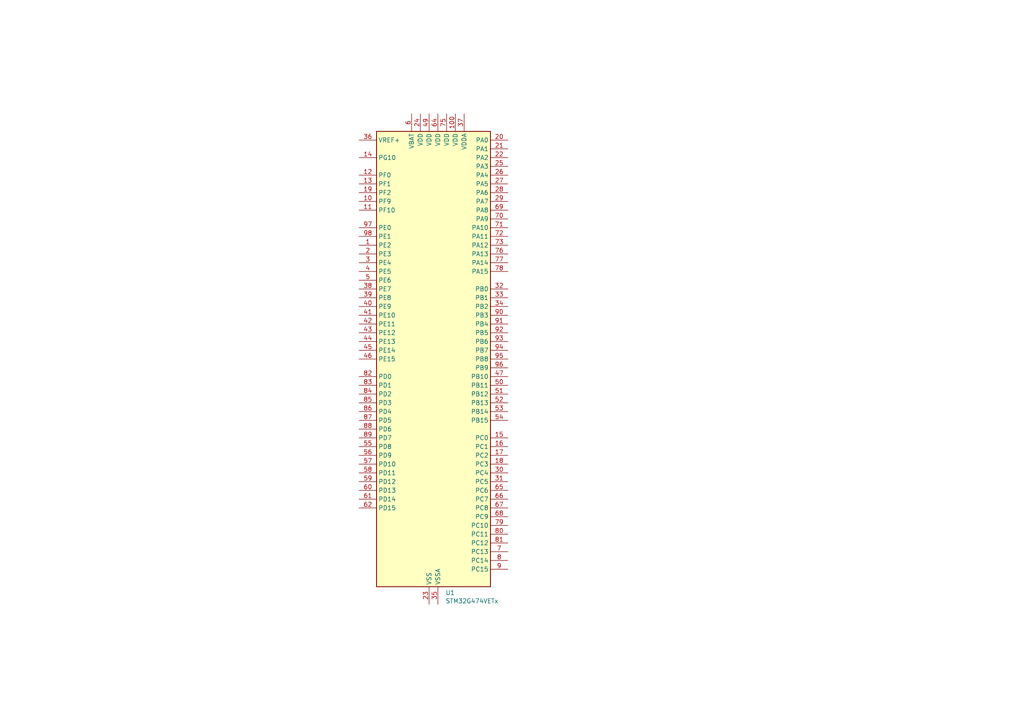
<source format=kicad_sch>
(kicad_sch (version 20230121) (generator eeschema)
  (paper "A4")
  (lib_symbols
    (symbol "MCU_ST_STM32G4:STM32G474VETx"
      (property "Reference" "U" (at -15.24 67.31 0))
      (property "Value" "STM32G474VETx" (at 12.7 67.31 0))
      (symbol "STM32G474VETx_0_1"
        (rectangle (start -15.24 -66.04) (end 17.78 66.04) (stroke (width 0.254)) (fill (type background)))
      )
      (symbol "STM32G474VETx_1_1"
        (pin bidirectional line (at -20.32 33.02 0) (length 5.08) (name "PE2") (number "1"))
        (pin bidirectional line (at -20.32 45.72 0) (length 5.08) (name "PF9") (number "10"))
        (pin power_in line (at 7.62 71.12 270) (length 5.08) (name "VDD") (number "100"))
        (pin bidirectional line (at -20.32 43.18 0) (length 5.08) (name "PF10") (number "11"))
        (pin bidirectional line (at -20.32 53.34 0) (length 5.08) (name "PF0") (number "12"))
        (pin bidirectional line (at -20.32 50.8 0) (length 5.08) (name "PF1") (number "13"))
        (pin bidirectional line (at -20.32 58.42 0) (length 5.08) (name "PG10") (number "14"))
        (pin bidirectional line (at 22.86 -22.86 180) (length 5.08) (name "PC0") (number "15"))
        (pin bidirectional line (at 22.86 -25.4 180) (length 5.08) (name "PC1") (number "16"))
        (pin bidirectional line (at 22.86 -27.94 180) (length 5.08) (name "PC2") (number "17"))
        (pin bidirectional line (at 22.86 -30.48 180) (length 5.08) (name "PC3") (number "18"))
        (pin bidirectional line (at -20.32 48.26 0) (length 5.08) (name "PF2") (number "19"))
        (pin bidirectional line (at -20.32 30.48 0) (length 5.08) (name "PE3") (number "2"))
        (pin bidirectional line (at 22.86 63.5 180) (length 5.08) (name "PA0") (number "20"))
        (pin bidirectional line (at 22.86 60.96 180) (length 5.08) (name "PA1") (number "21"))
        (pin bidirectional line (at 22.86 58.42 180) (length 5.08) (name "PA2") (number "22"))
        (pin power_in line (at 0 -71.12 90) (length 5.08) (name "VSS") (number "23"))
        (pin power_in line (at -2.54 71.12 270) (length 5.08) (name "VDD") (number "24"))
        (pin bidirectional line (at 22.86 55.88 180) (length 5.08) (name "PA3") (number "25"))
        (pin bidirectional line (at 22.86 53.34 180) (length 5.08) (name "PA4") (number "26"))
        (pin bidirectional line (at 22.86 50.8 180) (length 5.08) (name "PA5") (number "27"))
        (pin bidirectional line (at 22.86 48.26 180) (length 5.08) (name "PA6") (number "28"))
        (pin bidirectional line (at 22.86 45.72 180) (length 5.08) (name "PA7") (number "29"))
        (pin bidirectional line (at -20.32 27.94 0) (length 5.08) (name "PE4") (number "3"))
        (pin bidirectional line (at 22.86 -33.02 180) (length 5.08) (name "PC4") (number "30"))
        (pin bidirectional line (at 22.86 -35.56 180) (length 5.08) (name "PC5") (number "31"))
        (pin bidirectional line (at 22.86 20.32 180) (length 5.08) (name "PB0") (number "32"))
        (pin bidirectional line (at 22.86 17.78 180) (length 5.08) (name "PB1") (number "33"))
        (pin bidirectional line (at 22.86 15.24 180) (length 5.08) (name "PB2") (number "34"))
        (pin power_in line (at 2.54 -71.12 90) (length 5.08) (name "VSSA") (number "35"))
        (pin input line (at -20.32 63.5 0) (length 5.08) (name "VREF+") (number "36"))
        (pin power_in line (at 10.16 71.12 270) (length 5.08) (name "VDDA") (number "37"))
        (pin bidirectional line (at -20.32 20.32 0) (length 5.08) (name "PE7") (number "38"))
        (pin bidirectional line (at -20.32 17.78 0) (length 5.08) (name "PE8") (number "39"))
        (pin bidirectional line (at -20.32 25.4 0) (length 5.08) (name "PE5") (number "4"))
        (pin bidirectional line (at -20.32 15.24 0) (length 5.08) (name "PE9") (number "40"))
        (pin bidirectional line (at -20.32 12.7 0) (length 5.08) (name "PE10") (number "41"))
        (pin bidirectional line (at -20.32 10.16 0) (length 5.08) (name "PE11") (number "42"))
        (pin bidirectional line (at -20.32 7.62 0) (length 5.08) (name "PE12") (number "43"))
        (pin bidirectional line (at -20.32 5.08 0) (length 5.08) (name "PE13") (number "44"))
        (pin bidirectional line (at -20.32 2.54 0) (length 5.08) (name "PE14") (number "45"))
        (pin bidirectional line (at -20.32 0 0) (length 5.08) (name "PE15") (number "46"))
        (pin bidirectional line (at 22.86 -5.08 180) (length 5.08) (name "PB10") (number "47"))
        (pin passive line (at 0 -71.12 90) (length 5.08) hide (name "VSS") (number "48"))
        (pin power_in line (at 0 71.12 270) (length 5.08) (name "VDD") (number "49"))
        (pin bidirectional line (at -20.32 22.86 0) (length 5.08) (name "PE6") (number "5"))
        (pin bidirectional line (at 22.86 -7.62 180) (length 5.08) (name "PB11") (number "50"))
        (pin bidirectional line (at 22.86 -10.16 180) (length 5.08) (name "PB12") (number "51"))
        (pin bidirectional line (at 22.86 -12.7 180) (length 5.08) (name "PB13") (number "52"))
        (pin bidirectional line (at 22.86 -15.24 180) (length 5.08) (name "PB14") (number "53"))
        (pin bidirectional line (at 22.86 -17.78 180) (length 5.08) (name "PB15") (number "54"))
        (pin bidirectional line (at -20.32 -25.4 0) (length 5.08) (name "PD8") (number "55"))
        (pin bidirectional line (at -20.32 -27.94 0) (length 5.08) (name "PD9") (number "56"))
        (pin bidirectional line (at -20.32 -30.48 0) (length 5.08) (name "PD10") (number "57"))
        (pin bidirectional line (at -20.32 -33.02 0) (length 5.08) (name "PD11") (number "58"))
        (pin bidirectional line (at -20.32 -35.56 0) (length 5.08) (name "PD12") (number "59"))
        (pin power_in line (at -5.08 71.12 270) (length 5.08) (name "VBAT") (number "6"))
        (pin bidirectional line (at -20.32 -38.1 0) (length 5.08) (name "PD13") (number "60"))
        (pin bidirectional line (at -20.32 -40.64 0) (length 5.08) (name "PD14") (number "61"))
        (pin bidirectional line (at -20.32 -43.18 0) (length 5.08) (name "PD15") (number "62"))
        (pin passive line (at 0 -71.12 90) (length 5.08) hide (name "VSS") (number "63"))
        (pin power_in line (at 2.54 71.12 270) (length 5.08) (name "VDD") (number "64"))
        (pin bidirectional line (at 22.86 -38.1 180) (length 5.08) (name "PC6") (number "65"))
        (pin bidirectional line (at 22.86 -40.64 180) (length 5.08) (name "PC7") (number "66"))
        (pin bidirectional line (at 22.86 -43.18 180) (length 5.08) (name "PC8") (number "67"))
        (pin bidirectional line (at 22.86 -45.72 180) (length 5.08) (name "PC9") (number "68"))
        (pin bidirectional line (at 22.86 43.18 180) (length 5.08) (name "PA8") (number "69"))
        (pin bidirectional line (at 22.86 -55.88 180) (length 5.08) (name "PC13") (number "7"))
        (pin bidirectional line (at 22.86 40.64 180) (length 5.08) (name "PA9") (number "70"))
        (pin bidirectional line (at 22.86 38.1 180) (length 5.08) (name "PA10") (number "71"))
        (pin bidirectional line (at 22.86 35.56 180) (length 5.08) (name "PA11") (number "72"))
        (pin bidirectional line (at 22.86 33.02 180) (length 5.08) (name "PA12") (number "73"))
        (pin passive line (at 0 -71.12 90) (length 5.08) hide (name "VSS") (number "74"))
        (pin power_in line (at 5.08 71.12 270) (length 5.08) (name "VDD") (number "75"))
        (pin bidirectional line (at 22.86 30.48 180) (length 5.08) (name "PA13") (number "76"))
        (pin bidirectional line (at 22.86 27.94 180) (length 5.08) (name "PA14") (number "77"))
        (pin bidirectional line (at 22.86 25.4 180) (length 5.08) (name "PA15") (number "78"))
        (pin bidirectional line (at 22.86 -48.26 180) (length 5.08) (name "PC10") (number "79"))
        (pin bidirectional line (at 22.86 -58.42 180) (length 5.08) (name "PC14") (number "8"))
        (pin bidirectional line (at 22.86 -50.8 180) (length 5.08) (name "PC11") (number "80"))
        (pin bidirectional line (at 22.86 -53.34 180) (length 5.08) (name "PC12") (number "81"))
        (pin bidirectional line (at -20.32 -5.08 0) (length 5.08) (name "PD0") (number "82"))
        (pin bidirectional line (at -20.32 -7.62 0) (length 5.08) (name "PD1") (number "83"))
        (pin bidirectional line (at -20.32 -10.16 0) (length 5.08) (name "PD2") (number "84"))
        (pin bidirectional line (at -20.32 -12.7 0) (length 5.08) (name "PD3") (number "85"))
        (pin bidirectional line (at -20.32 -15.24 0) (length 5.08) (name "PD4") (number "86"))
        (pin bidirectional line (at -20.32 -17.78 0) (length 5.08) (name "PD5") (number "87"))
        (pin bidirectional line (at -20.32 -20.32 0) (length 5.08) (name "PD6") (number "88"))
        (pin bidirectional line (at -20.32 -22.86 0) (length 5.08) (name "PD7") (number "89"))
        (pin bidirectional line (at 22.86 -60.96 180) (length 5.08) (name "PC15") (number "9"))
        (pin bidirectional line (at 22.86 12.7 180) (length 5.08) (name "PB3") (number "90"))
        (pin bidirectional line (at 22.86 10.16 180) (length 5.08) (name "PB4") (number "91"))
        (pin bidirectional line (at 22.86 7.62 180) (length 5.08) (name "PB5") (number "92"))
        (pin bidirectional line (at 22.86 5.08 180) (length 5.08) (name "PB6") (number "93"))
        (pin bidirectional line (at 22.86 2.54 180) (length 5.08) (name "PB7") (number "94"))
        (pin bidirectional line (at 22.86 0 180) (length 5.08) (name "PB8") (number "95"))
        (pin bidirectional line (at 22.86 -2.54 180) (length 5.08) (name "PB9") (number "96"))
        (pin bidirectional line (at -20.32 38.1 0) (length 5.08) (name "PE0") (number "97"))
        (pin bidirectional line (at -20.32 35.56 0) (length 5.08) (name "PE1") (number "98"))
        (pin passive line (at 0 -71.12 90) (length 5.08) hide (name "VSS") (number "99"))
      )
    )
  )
  (symbol (lib_id "MCU_ST_STM32G4:STM32G474VETx") (at 124.46 104.14 0) (unit 1)
    (property "Reference" "U1" (at 129.1941 171.9001 0) (effects (justify left)))
    (property "Value" "STM32G474VETx" (at 129.1941 174.3243 0) (effects (justify left)))
    (property "Footprint" "Package_QFP:LQFP-100_14x14mm_P0.5mm" (effects hide))
    (property "Datasheet" "https://www.st.com/resource/en/datasheet/stm32g474ve.pdf" (effects hide))
  )
)
</source>
